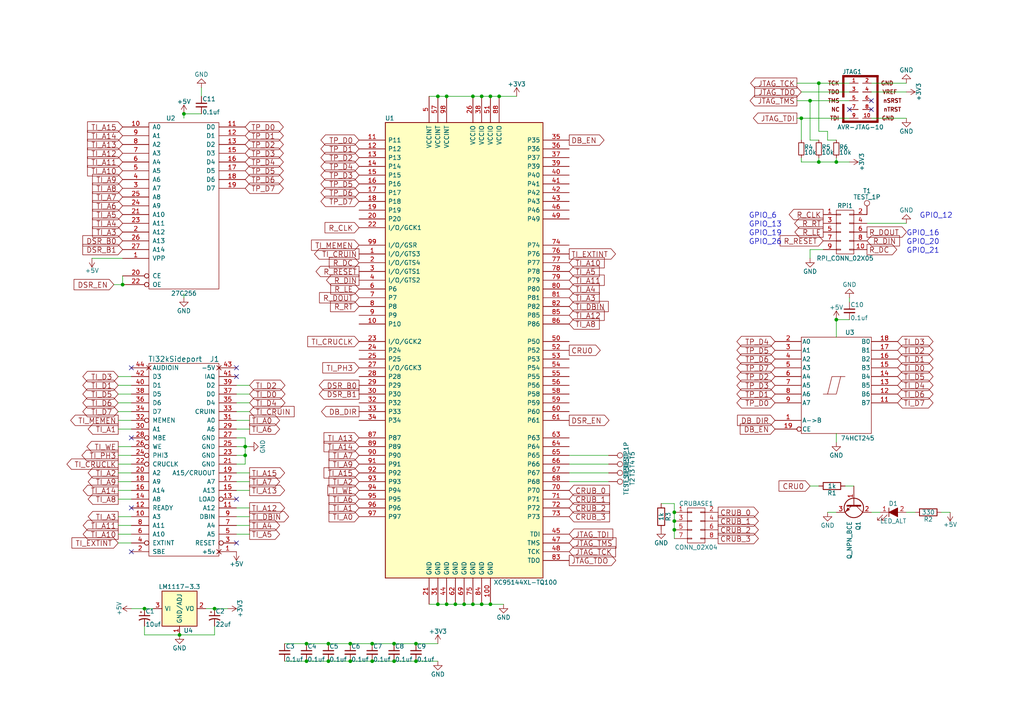
<source format=kicad_sch>
(kicad_sch (version 20211123) (generator eeschema)
  (paper "A4")
  (title_block (title "TIPI - TI-99/4A to RPi adapter") (date "2017-09-11") (rev "2") (company "ti994a.cwfk.net") (comment 1 "github.com/jedimatt42/tipi"))
  (lib_symbols
    (symbol "power:+5V" (power) (pin_names (offset 0))
      (property "Value" "+5V" (at 0 3.556 0))
      (symbol "+5V_1_1"
        (pin power_in line (at 0 0 90) (length 0) hide (name "+5V") (number "1"))
      )
    )
    (symbol "power:GND" (power) (pin_names (offset 0))
      (property "Value" "GND" (at 0 -3.81 0))
      (symbol "GND_1_1"
        (pin power_in line (at 0 0 270) (length 0) hide (name "GND") (number "1"))
      )
    )
    (symbol "ti32ksideport:TI32kSideport" (pin_names (offset 1.016))
      (property "Reference" "U" (at 8.89 29.21 0))
      (property "Value" "TI32kSideport" (at -2.54 29.21 0))
      (symbol "TI32kSideport_1_1"
        (pin power_out non_logic (at 15.24 -26.67 180) (length 5.08) (name "+5v") (number "1"))
        (pin output line (at -15.24 -16.51 0) (length 5.08) (name "A3") (number "10"))
        (pin output line (at 15.24 -13.97 180) (length 5.08) (name "A12") (number "11"))
        (pin input line (at -15.24 -13.97 0) (length 5.08) (name "READY") (number "12"))
        (pin input inverted (at 15.24 -11.43 180) (length 5.08) (name "LOAD") (number "13"))
        (pin output line (at -15.24 -11.43 0) (length 5.08) (name "A8") (number "14"))
        (pin output line (at 15.24 -8.89 180) (length 5.08) (name "A13") (number "15"))
        (pin output line (at -15.24 -8.89 0) (length 5.08) (name "A14") (number "16"))
        (pin output line (at 15.24 -6.35 180) (length 5.08) (name "A7") (number "17"))
        (pin output line (at -15.24 -6.35 0) (length 5.08) (name "A9") (number "18"))
        (pin output line (at 15.24 -3.81 180) (length 5.08) (name "A15/CRUOUT") (number "19"))
        (pin output line (at -15.24 -26.67 0) (length 5.08) (name "SBE") (number "2"))
        (pin output line (at -15.24 -3.81 0) (length 5.08) (name "A2") (number "20"))
        (pin passive line (at 15.24 -1.27 180) (length 5.08) (name "GND") (number "21"))
        (pin output inverted (at -15.24 -1.27 0) (length 5.08) (name "CRUCLK") (number "22"))
        (pin passive line (at 15.24 1.27 180) (length 5.08) (name "GND") (number "23"))
        (pin output inverted (at -15.24 1.27 0) (length 5.08) (name "PHI3") (number "24"))
        (pin passive line (at 15.24 3.81 180) (length 5.08) (name "GND") (number "25"))
        (pin output inverted (at -15.24 3.81 0) (length 5.08) (name "WE") (number "26"))
        (pin passive line (at 15.24 6.35 180) (length 5.08) (name "GND") (number "27"))
        (pin output inverted (at -15.24 6.35 0) (length 5.08) (name "MBE") (number "28"))
        (pin output line (at 15.24 8.89 180) (length 5.08) (name "A6") (number "29"))
        (pin output inverted (at 15.24 -24.13 180) (length 5.08) (name "RESET") (number "3"))
        (pin output line (at -15.24 8.89 0) (length 5.08) (name "A1") (number "30"))
        (pin output line (at 15.24 11.43 180) (length 5.08) (name "A0") (number "31"))
        (pin output inverted (at -15.24 11.43 0) (length 5.08) (name "MEMEN") (number "32"))
        (pin input line (at 15.24 13.97 180) (length 5.08) (name "CRUIN") (number "33"))
        (pin bidirectional line (at -15.24 13.97 0) (length 5.08) (name "D7") (number "34"))
        (pin bidirectional line (at 15.24 16.51 180) (length 5.08) (name "D4") (number "35"))
        (pin bidirectional line (at -15.24 16.51 0) (length 5.08) (name "D6") (number "36"))
        (pin bidirectional line (at 15.24 19.05 180) (length 5.08) (name "D0") (number "37"))
        (pin bidirectional line (at -15.24 19.05 0) (length 5.08) (name "D5") (number "38"))
        (pin bidirectional line (at 15.24 21.59 180) (length 5.08) (name "D2") (number "39"))
        (pin input inverted (at -15.24 -24.13 0) (length 5.08) (name "EXTINT") (number "4"))
        (pin bidirectional line (at -15.24 21.59 0) (length 5.08) (name "D1") (number "40"))
        (pin output line (at 15.24 24.13 180) (length 5.08) (name "IAQ") (number "41"))
        (pin bidirectional line (at -15.24 24.13 0) (length 5.08) (name "D3") (number "42"))
        (pin power_out non_logic (at 15.24 26.67 180) (length 5.08) (name "-5V") (number "43"))
        (pin input non_logic (at -15.24 26.67 0) (length 5.08) (name "AUDIOIN") (number "44"))
        (pin output line (at 15.24 -21.59 180) (length 5.08) (name "A5") (number "5"))
        (pin output line (at -15.24 -21.59 0) (length 5.08) (name "A10") (number "6"))
        (pin output line (at 15.24 -19.05 180) (length 5.08) (name "A4") (number "7"))
        (pin output line (at -15.24 -19.05 0) (length 5.08) (name "A11") (number "8"))
        (pin output line (at 15.24 -16.51 180) (length 5.08) (name "DBIN") (number "9"))
      )
    )
    (symbol "tipi-rescue:+3.3V-power" (power) (pin_names (offset 0))
      (property "Value" "+3.3V-power" (at 0 3.556 0))
      (symbol "+3.3V-power_1_1"
        (pin power_in line (at 0 0 90) (length 0) hide (name "+3V3") (number "1"))
      )
    )
    (symbol "tipi-rescue:27C256" (pin_names (offset 1.016))
      (property "Reference" "U" (at -3.81 25.4 0))
      (property "Value" "27C256" (at 0 -25.4 0))
      (symbol "27C256_0_0"
        (pin power_in line (at 0 -25.4 90) (length 1.27) hide (name "GND") (number "14"))
        (pin power_in line (at 0 25.4 270) (length 1.27) hide (name "VCC") (number "28"))
      )
      (symbol "27C256_1_1"
        (pin input line (at -17.78 -15.24 0) (length 7.62) (name "VPP") (number "1"))
        (pin input line (at -17.78 22.86 0) (length 7.62) (name "A0") (number "10"))
        (pin tri_state line (at 17.78 22.86 180) (length 7.62) (name "D0") (number "11"))
        (pin tri_state line (at 17.78 20.32 180) (length 7.62) (name "D1") (number "12"))
        (pin tri_state line (at 17.78 17.78 180) (length 7.62) (name "D2") (number "13"))
        (pin tri_state line (at 17.78 15.24 180) (length 7.62) (name "D3") (number "15"))
        (pin tri_state line (at 17.78 12.7 180) (length 7.62) (name "D4") (number "16"))
        (pin tri_state line (at 17.78 10.16 180) (length 7.62) (name "D5") (number "17"))
        (pin tri_state line (at 17.78 7.62 180) (length 7.62) (name "D6") (number "18"))
        (pin tri_state line (at 17.78 5.08 180) (length 7.62) (name "D7") (number "19"))
        (pin input line (at -17.78 -7.62 0) (length 7.62) (name "A12") (number "2"))
        (pin input inverted (at -17.78 -20.32 0) (length 7.62) (name "CE") (number "20"))
        (pin input line (at -17.78 -2.54 0) (length 7.62) (name "A10") (number "21"))
        (pin input inverted (at -17.78 -22.86 0) (length 7.62) (name "OE") (number "22"))
        (pin input line (at -17.78 -5.08 0) (length 7.62) (name "A11") (number "23"))
        (pin input line (at -17.78 0 0) (length 7.62) (name "A9") (number "24"))
        (pin input line (at -17.78 2.54 0) (length 7.62) (name "A8") (number "25"))
        (pin input line (at -17.78 -10.16 0) (length 7.62) (name "A13") (number "26"))
        (pin input line (at -17.78 -12.7 0) (length 7.62) (name "A14") (number "27"))
        (pin input line (at -17.78 5.08 0) (length 7.62) (name "A7") (number "3"))
        (pin input line (at -17.78 7.62 0) (length 7.62) (name "A6") (number "4"))
        (pin input line (at -17.78 10.16 0) (length 7.62) (name "A5") (number "5"))
        (pin input line (at -17.78 12.7 0) (length 7.62) (name "A4") (number "6"))
        (pin input line (at -17.78 15.24 0) (length 7.62) (name "A3") (number "7"))
        (pin input line (at -17.78 17.78 0) (length 7.62) (name "A2") (number "8"))
        (pin input line (at -17.78 20.32 0) (length 7.62) (name "A1") (number "9"))
      )
    )
    (symbol "tipi-rescue:74LS245" (pin_names (offset 0.254))
      (property "Reference" "U" (at 2.54 14.605 0))
      (property "Value" "74LS245" (at 1.27 -14.605 0))
      (symbol "74LS245_0_0"
        (pin power_in line (at 0 -13.97 90) (length 0) hide (name "GND") (number "10"))
        (pin power_in line (at 0 13.97 270) (length 0) hide (name "VCC") (number "20"))
      )
      (symbol "74LS245_1_1"
        (pin input line (at -17.78 -10.16 0) (length 7.62) (name "A->B") (number "1"))
        (pin tri_state line (at 17.78 -5.08 180) (length 7.62) (name "B7") (number "11"))
        (pin tri_state line (at 17.78 -2.54 180) (length 7.62) (name "B6") (number "12"))
        (pin tri_state line (at 17.78 0 180) (length 7.62) (name "B5") (number "13"))
        (pin tri_state line (at 17.78 2.54 180) (length 7.62) (name "B4") (number "14"))
        (pin tri_state line (at 17.78 5.08 180) (length 7.62) (name "B3") (number "15"))
        (pin tri_state line (at 17.78 7.62 180) (length 7.62) (name "B2") (number "16"))
        (pin tri_state line (at 17.78 10.16 180) (length 7.62) (name "B1") (number "17"))
        (pin tri_state line (at 17.78 12.7 180) (length 7.62) (name "B0") (number "18"))
        (pin input inverted (at -17.78 -12.7 0) (length 7.62) (name "CE") (number "19"))
        (pin tri_state line (at -17.78 12.7 0) (length 7.62) (name "A0") (number "2"))
        (pin tri_state line (at -17.78 10.16 0) (length 7.62) (name "A1") (number "3"))
        (pin tri_state line (at -17.78 7.62 0) (length 7.62) (name "A2") (number "4"))
        (pin tri_state line (at -17.78 5.08 0) (length 7.62) (name "A3") (number "5"))
        (pin tri_state line (at -17.78 2.54 0) (length 7.62) (name "A4") (number "6"))
        (pin tri_state line (at -17.78 0 0) (length 7.62) (name "A5") (number "7"))
        (pin tri_state line (at -17.78 -2.54 0) (length 7.62) (name "A6") (number "8"))
        (pin tri_state line (at -17.78 -5.08 0) (length 7.62) (name "A7") (number "9"))
      )
    )
    (symbol "tipi-rescue:AVR-JTAG-10" (pin_names (offset 1.016))
      (property "Reference" "CON" (at -4.318 8.382 0))
      (property "Value" "AVR-JTAG-10" (at -8.636 -8.382 0))
      (symbol "AVR-JTAG-10_0_0"
        (text "GND" (at 5.842 5.08 0) (effects (font (size 1.143 1.143) bold)))
        (text "NC" (at -9.144 -2.54 0) (effects (font (size 1.143 1.143) bold)))
      )
      (symbol "AVR-JTAG-10_1_0"
        (text "GND" (at 6.096 -5.08 0) (effects (font (size 1.143 1.143) bold)))
        (text "nSRST" (at 7.366 0 0) (effects (font (size 1.143 1.143) bold)))
        (text "nTRST" (at 7.366 -2.54 0) (effects (font (size 1.143 1.143) bold)))
        (text "TCK" (at -9.652 5.08 0) (effects (font (size 1.143 1.143) bold)))
        (text "TDI" (at -9.398 -5.08 0) (effects (font (size 1.143 1.143) bold)))
        (text "TDO" (at -9.652 2.54 0) (effects (font (size 1.143 1.143) bold)))
        (text "TMS" (at -9.652 0 0) (effects (font (size 1.143 1.143) bold)))
        (text "VREF" (at 6.604 2.54 0) (effects (font (size 1.143 1.143) bold)))
      )
      (symbol "AVR-JTAG-10_1_1"
        (pin passive line (at -5.08 5.08 0) (length 2.54) (name "~") (number "1"))
        (pin passive line (at 1.27 -5.08 180) (length 2.54) (name "~") (number "10"))
        (pin passive line (at 1.27 5.08 180) (length 2.54) (name "~") (number "2"))
        (pin passive line (at -5.08 2.54 0) (length 2.54) (name "~") (number "3"))
        (pin passive line (at 1.27 2.54 180) (length 2.54) (name "~") (number "4"))
        (pin passive line (at -5.08 0 0) (length 2.54) (name "~") (number "5"))
        (pin passive line (at 1.27 0 180) (length 2.54) (name "~") (number "6"))
        (pin passive line (at -5.08 -2.54 0) (length 2.54) (name "~") (number "7"))
        (pin passive line (at 1.27 -2.54 180) (length 2.54) (name "~") (number "8"))
        (pin passive line (at -5.08 -5.08 0) (length 2.54) (name "~") (number "9"))
      )
    )
    (symbol "tipi-rescue:CONN_02X04" (pin_names (offset 0.0254) hide)
      (property "Reference" "J" (at 0 6.35 0))
      (property "Value" "CONN_02X04" (at 0 -6.35 0))
      (symbol "CONN_02X04_1_1"
        (pin passive line (at -6.35 3.81 0) (length 3.81) (name "P1") (number "1"))
        (pin passive line (at 6.35 3.81 180) (length 3.81) (name "P2") (number "2"))
        (pin passive line (at -6.35 1.27 0) (length 3.81) (name "P3") (number "3"))
        (pin passive line (at 6.35 1.27 180) (length 3.81) (name "P4") (number "4"))
        (pin passive line (at -6.35 -1.27 0) (length 3.81) (name "P5") (number "5"))
        (pin passive line (at 6.35 -1.27 180) (length 3.81) (name "P6") (number "6"))
        (pin passive line (at -6.35 -3.81 0) (length 3.81) (name "P7") (number "7"))
        (pin passive line (at 6.35 -3.81 180) (length 3.81) (name "P8") (number "8"))
      )
    )
    (symbol "tipi-rescue:CONN_02X05" (pin_names (offset 0.0254) hide)
      (property "Reference" "J" (at 0 7.62 0))
      (property "Value" "CONN_02X05" (at 0 -7.62 0))
      (symbol "CONN_02X05_1_1"
        (pin passive line (at -6.35 5.08 0) (length 3.81) (name "P1") (number "1"))
        (pin passive line (at 6.35 -5.08 180) (length 3.81) (name "P10") (number "10"))
        (pin passive line (at 6.35 5.08 180) (length 3.81) (name "P2") (number "2"))
        (pin passive line (at -6.35 2.54 0) (length 3.81) (name "P3") (number "3"))
        (pin passive line (at 6.35 2.54 180) (length 3.81) (name "P4") (number "4"))
        (pin passive line (at -6.35 0 0) (length 3.81) (name "P5") (number "5"))
        (pin passive line (at 6.35 0 180) (length 3.81) (name "P6") (number "6"))
        (pin passive line (at -6.35 -2.54 0) (length 3.81) (name "P7") (number "7"))
        (pin passive line (at 6.35 -2.54 180) (length 3.81) (name "P8") (number "8"))
        (pin passive line (at -6.35 -5.08 0) (length 3.81) (name "P9") (number "9"))
      )
    )
    (symbol "tipi-rescue:CP1_Small" (pin_numbers hide) (pin_names (offset 0.254) hide)
      (property "Reference" "C" (at 0.254 1.778 0))
      (property "Value" "CP1_Small" (at 0.254 -2.032 0))
      (symbol "CP1_Small_1_1"
        (pin passive line (at 0 2.54 270) (length 2.032) (name "~") (number "1"))
        (pin passive line (at 0 -2.54 90) (length 2.032) (name "~") (number "2"))
      )
    )
    (symbol "tipi-rescue:C_Small" (pin_numbers hide) (pin_names (offset 0.254) hide)
      (property "Reference" "C" (at 0.254 1.778 0))
      (property "Value" "C_Small" (at 0.254 -2.032 0))
      (symbol "C_Small_1_1"
        (pin passive line (at 0 2.54 270) (length 2.032) (name "~") (number "1"))
        (pin passive line (at 0 -2.54 90) (length 2.032) (name "~") (number "2"))
      )
    )
    (symbol "tipi-rescue:LED_ALT" (pin_names (offset 1.016) hide)
      (property "Reference" "D" (at 0 2.54 0))
      (property "Value" "LED_ALT" (at 0 -2.54 0))
      (symbol "LED_ALT_1_1"
        (pin passive line (at -3.81 0 0) (length 2.54) (name "K") (number "1"))
        (pin passive line (at 3.81 0 180) (length 2.54) (name "A") (number "2"))
      )
    )
    (symbol "tipi-rescue:LM1117-3.3-RESCUE-tipi" (pin_names (offset 0.762))
      (property "Reference" "U" (at 2.54 -6.35 0))
      (property "Value" "LM1117-3.3-RESCUE-tipi" (at 0 6.35 0))
      (symbol "LM1117-3.3-RESCUE-tipi_1_1"
        (pin power_in line (at 0 -7.62 90) (length 2.54) (name "GND/ADJ") (number "1"))
        (pin power_out line (at 7.62 0 180) (length 2.54) (name "VO") (number "2"))
        (pin power_in line (at -7.62 0 0) (length 2.54) (name "VI") (number "3"))
        (pin power_out line (at 7.62 0 180) (length 2.54) hide (name "VO") (number "4"))
      )
    )
    (symbol "tipi-rescue:Q_NPN_BCE" (pin_names (offset 0) hide)
      (property "Reference" "Q" (at 5.08 1.27 0))
      (property "Value" "Q_NPN_BCE" (at 5.08 -1.27 0))
      (symbol "Q_NPN_BCE_1_1"
        (pin input line (at -5.08 0 0) (length 5.715) (name "B") (number "1"))
        (pin passive line (at 2.54 5.08 270) (length 2.54) (name "C") (number "2"))
        (pin passive line (at 2.54 -5.08 90) (length 2.54) (name "E") (number "3"))
      )
    )
    (symbol "tipi-rescue:R" (pin_numbers hide) (pin_names (offset 0))
      (property "Reference" "R" (at 2.032 0 90))
      (property "Value" "R" (at 0 0 90))
      (symbol "R_1_1"
        (pin passive line (at 0 3.81 270) (length 1.27) (name "~") (number "1"))
        (pin passive line (at 0 -3.81 90) (length 1.27) (name "~") (number "2"))
      )
    )
    (symbol "tipi-rescue:R_Small" (pin_numbers hide) (pin_names (offset 0.254) hide)
      (property "Reference" "R" (at 0.762 0.508 0))
      (property "Value" "R_Small" (at 0.762 -1.016 0))
      (symbol "R_Small_1_1"
        (pin passive line (at 0 2.54 270) (length 0.762) (name "~") (number "1"))
        (pin passive line (at 0 -2.54 90) (length 0.762) (name "~") (number "2"))
      )
    )
    (symbol "tipi-rescue:TEST_1P" (pin_numbers hide) (pin_names (offset 0.762) hide)
      (property "Reference" "J" (at 0 6.858 0))
      (property "Value" "TEST_1P" (at 0 5.08 0))
      (symbol "TEST_1P_1_1"
        (pin passive line (at 0 0 90) (length 2.54) (name "1") (number "1"))
      )
    )
    (symbol "tipi-rescue:XC95144XL-TQ100" (pin_names (offset 0.762))
      (property "Reference" "U" (at -21.59 67.31 0))
      (property "Value" "XC95144XL-TQ100" (at 17.78 -67.31 0))
      (symbol "XC95144XL-TQ100_1_1"
        (pin bidirectional line (at -30.48 27.94 0) (length 7.62) (name "I/O/GTS3") (number "1"))
        (pin bidirectional line (at -30.48 7.62 0) (length 7.62) (name "P10") (number "10"))
        (pin power_in line (at 7.62 -73.66 90) (length 7.62) (name "GND") (number "100"))
        (pin bidirectional line (at -30.48 60.96 0) (length 7.62) (name "P11") (number "11"))
        (pin bidirectional line (at -30.48 58.42 0) (length 7.62) (name "P12") (number "12"))
        (pin bidirectional line (at -30.48 55.88 0) (length 7.62) (name "P13") (number "13"))
        (pin bidirectional line (at -30.48 53.34 0) (length 7.62) (name "P14") (number "14"))
        (pin bidirectional line (at -30.48 50.8 0) (length 7.62) (name "P15") (number "15"))
        (pin bidirectional line (at -30.48 48.26 0) (length 7.62) (name "P16") (number "16"))
        (pin bidirectional line (at -30.48 45.72 0) (length 7.62) (name "P17") (number "17"))
        (pin bidirectional line (at -30.48 43.18 0) (length 7.62) (name "P18") (number "18"))
        (pin bidirectional line (at -30.48 40.64 0) (length 7.62) (name "P19") (number "19"))
        (pin bidirectional line (at -30.48 25.4 0) (length 7.62) (name "I/O/GTS4") (number "2"))
        (pin bidirectional line (at -30.48 38.1 0) (length 7.62) (name "P20") (number "20"))
        (pin power_in line (at -10.16 -73.66 90) (length 7.62) (name "GND") (number "21"))
        (pin bidirectional line (at -30.48 35.56 0) (length 7.62) (name "I/O/GCK1") (number "22"))
        (pin bidirectional line (at -30.48 2.54 0) (length 7.62) (name "I/O/GCK2") (number "23"))
        (pin bidirectional line (at -30.48 0 0) (length 7.62) (name "P24") (number "24"))
        (pin bidirectional line (at -30.48 -2.54 0) (length 7.62) (name "P25") (number "25"))
        (pin power_in line (at 2.54 73.66 270) (length 7.62) (name "VCCIO") (number "26"))
        (pin bidirectional line (at -30.48 -5.08 0) (length 7.62) (name "I/O/GCK3") (number "27"))
        (pin bidirectional line (at -30.48 -7.62 0) (length 7.62) (name "P28") (number "28"))
        (pin bidirectional line (at -30.48 -10.16 0) (length 7.62) (name "P29") (number "29"))
        (pin bidirectional line (at -30.48 22.86 0) (length 7.62) (name "I/O/GTS1") (number "3"))
        (pin bidirectional line (at -30.48 -12.7 0) (length 7.62) (name "P30") (number "30"))
        (pin power_in line (at -7.62 -73.66 90) (length 7.62) (name "GND") (number "31"))
        (pin bidirectional line (at -30.48 -15.24 0) (length 7.62) (name "P32") (number "32"))
        (pin bidirectional line (at -30.48 -17.78 0) (length 7.62) (name "P33") (number "33"))
        (pin bidirectional line (at -30.48 -20.32 0) (length 7.62) (name "P34") (number "34"))
        (pin bidirectional line (at 30.48 60.96 180) (length 7.62) (name "P35") (number "35"))
        (pin bidirectional line (at 30.48 58.42 180) (length 7.62) (name "P36") (number "36"))
        (pin bidirectional line (at 30.48 55.88 180) (length 7.62) (name "P37") (number "37"))
        (pin power_in line (at 5.08 73.66 270) (length 7.62) (name "VCCIO") (number "38"))
        (pin bidirectional line (at 30.48 53.34 180) (length 7.62) (name "P39") (number "39"))
        (pin bidirectional line (at -30.48 20.32 0) (length 7.62) (name "I/O/GTS2") (number "4"))
        (pin bidirectional line (at 30.48 50.8 180) (length 7.62) (name "P40") (number "40"))
        (pin bidirectional line (at 30.48 48.26 180) (length 7.62) (name "P41") (number "41"))
        (pin bidirectional line (at 30.48 45.72 180) (length 7.62) (name "P42") (number "42"))
        (pin bidirectional line (at 30.48 43.18 180) (length 7.62) (name "P43") (number "43"))
        (pin power_in line (at -5.08 -73.66 90) (length 7.62) (name "GND") (number "44"))
        (pin input line (at 30.48 -53.34 180) (length 7.62) (name "TDI") (number "45"))
        (pin bidirectional line (at 30.48 40.64 180) (length 7.62) (name "P46") (number "46"))
        (pin input line (at 30.48 -55.88 180) (length 7.62) (name "TMS") (number "47"))
        (pin input line (at 30.48 -58.42 180) (length 7.62) (name "TCK") (number "48"))
        (pin bidirectional line (at 30.48 38.1 180) (length 7.62) (name "P49") (number "49"))
        (pin power_in line (at -10.16 73.66 270) (length 7.62) (name "VCCINT") (number "5"))
        (pin bidirectional line (at 30.48 2.54 180) (length 7.62) (name "P50") (number "50"))
        (pin power_in line (at 7.62 73.66 270) (length 7.62) (name "VCCIO") (number "51"))
        (pin bidirectional line (at 30.48 0 180) (length 7.62) (name "P52") (number "52"))
        (pin bidirectional line (at 30.48 -2.54 180) (length 7.62) (name "P53") (number "53"))
        (pin bidirectional line (at 30.48 -5.08 180) (length 7.62) (name "P54") (number "54"))
        (pin bidirectional line (at 30.48 -7.62 180) (length 7.62) (name "P55") (number "55"))
        (pin bidirectional line (at 30.48 -10.16 180) (length 7.62) (name "P56") (number "56"))
        (pin power_in line (at -7.62 73.66 270) (length 7.62) (name "VCCINT") (number "57"))
        (pin bidirectional line (at 30.48 -12.7 180) (length 7.62) (name "P58") (number "58"))
        (pin bidirectional line (at 30.48 -15.24 180) (length 7.62) (name "P59") (number "59"))
        (pin bidirectional line (at -30.48 17.78 0) (length 7.62) (name "P6") (number "6"))
        (pin bidirectional line (at 30.48 -17.78 180) (length 7.62) (name "P60") (number "60"))
        (pin bidirectional line (at 30.48 -20.32 180) (length 7.62) (name "P61") (number "61"))
        (pin power_in line (at -2.54 -73.66 90) (length 7.62) (name "GND") (number "62"))
        (pin bidirectional line (at 30.48 -25.4 180) (length 7.62) (name "P63") (number "63"))
        (pin bidirectional line (at 30.48 -27.94 180) (length 7.62) (name "P64") (number "64"))
        (pin bidirectional line (at 30.48 -30.48 180) (length 7.62) (name "P65") (number "65"))
        (pin bidirectional line (at 30.48 -33.02 180) (length 7.62) (name "P66") (number "66"))
        (pin bidirectional line (at 30.48 -35.56 180) (length 7.62) (name "P67") (number "67"))
        (pin bidirectional line (at 30.48 -38.1 180) (length 7.62) (name "P68") (number "68"))
        (pin power_in line (at 0 -73.66 90) (length 7.62) (name "GND") (number "69"))
        (pin bidirectional line (at -30.48 15.24 0) (length 7.62) (name "P7") (number "7"))
        (pin bidirectional line (at 30.48 -40.64 180) (length 7.62) (name "P70") (number "70"))
        (pin bidirectional line (at 30.48 -43.18 180) (length 7.62) (name "P71") (number "71"))
        (pin bidirectional line (at 30.48 -45.72 180) (length 7.62) (name "P72") (number "72"))
        (pin bidirectional line (at 30.48 -48.26 180) (length 7.62) (name "P73") (number "73"))
        (pin bidirectional line (at 30.48 30.48 180) (length 7.62) (name "P74") (number "74"))
        (pin power_in line (at 2.54 -73.66 90) (length 7.62) (name "GND") (number "75"))
        (pin bidirectional line (at 30.48 27.94 180) (length 7.62) (name "P76") (number "76"))
        (pin bidirectional line (at 30.48 25.4 180) (length 7.62) (name "P77") (number "77"))
        (pin bidirectional line (at 30.48 22.86 180) (length 7.62) (name "P78") (number "78"))
        (pin bidirectional line (at 30.48 20.32 180) (length 7.62) (name "P79") (number "79"))
        (pin bidirectional line (at -30.48 12.7 0) (length 7.62) (name "P8") (number "8"))
        (pin bidirectional line (at 30.48 17.78 180) (length 7.62) (name "P80") (number "80"))
        (pin bidirectional line (at 30.48 15.24 180) (length 7.62) (name "P81") (number "81"))
        (pin bidirectional line (at 30.48 12.7 180) (length 7.62) (name "P82") (number "82"))
        (pin output line (at 30.48 -60.96 180) (length 7.62) (name "TDO") (number "83"))
        (pin power_in line (at 5.08 -73.66 90) (length 7.62) (name "GND") (number "84"))
        (pin bidirectional line (at 30.48 10.16 180) (length 7.62) (name "P85") (number "85"))
        (pin bidirectional line (at 30.48 7.62 180) (length 7.62) (name "P86") (number "86"))
        (pin bidirectional line (at -30.48 -25.4 0) (length 7.62) (name "P87") (number "87"))
        (pin power_in line (at 10.16 73.66 270) (length 7.62) (name "VCCIO") (number "88"))
        (pin bidirectional line (at -30.48 -27.94 0) (length 7.62) (name "P89") (number "89"))
        (pin bidirectional line (at -30.48 10.16 0) (length 7.62) (name "P9") (number "9"))
        (pin bidirectional line (at -30.48 -30.48 0) (length 7.62) (name "P90") (number "90"))
        (pin bidirectional line (at -30.48 -33.02 0) (length 7.62) (name "P91") (number "91"))
        (pin bidirectional line (at -30.48 -35.56 0) (length 7.62) (name "P92") (number "92"))
        (pin bidirectional line (at -30.48 -38.1 0) (length 7.62) (name "P93") (number "93"))
        (pin bidirectional line (at -30.48 -40.64 0) (length 7.62) (name "P94") (number "94"))
        (pin bidirectional line (at -30.48 -43.18 0) (length 7.62) (name "P95") (number "95"))
        (pin bidirectional line (at -30.48 -45.72 0) (length 7.62) (name "P96") (number "96"))
        (pin bidirectional line (at -30.48 -48.26 0) (length 7.62) (name "P97") (number "97"))
        (pin power_in line (at -5.08 73.66 270) (length 7.62) (name "VCCINT") (number "98"))
        (pin bidirectional line (at -30.48 30.48 0) (length 7.62) (name "I/O/GSR") (number "99"))
      )
    )
  )
  (junction (at 237.49 24.13))
  (junction (at 52.07 184.15))
  (junction (at 139.7 27.94))
  (junction (at 129.54 27.94))
  (junction (at 35.56 82.55))
  (junction (at 232.41 34.29))
  (junction (at 237.49 46.99))
  (junction (at 114.3 186.69))
  (junction (at 120.65 186.69))
  (junction (at 53.34 33.02))
  (junction (at 195.58 153.67))
  (junction (at 195.58 148.59))
  (junction (at 129.54 175.26))
  (junction (at 137.16 175.26))
  (junction (at 114.3 191.77))
  (junction (at 71.12 132.08))
  (junction (at 132.08 175.26))
  (junction (at 71.12 129.54))
  (junction (at 137.16 27.94))
  (junction (at 41.91 176.53))
  (junction (at 139.7 175.26))
  (junction (at 142.24 27.94))
  (junction (at 101.6 191.77))
  (junction (at 95.25 191.77))
  (junction (at 242.57 92.71))
  (junction (at 127 175.26))
  (junction (at 134.62 175.26))
  (junction (at 142.24 175.26))
  (junction (at 107.95 186.69))
  (junction (at 88.9 186.69))
  (junction (at 234.95 29.21))
  (junction (at 62.23 176.53))
  (junction (at 195.58 151.13))
  (junction (at 95.25 186.69))
  (junction (at 101.6 186.69))
  (junction (at 88.9 191.77))
  (junction (at 107.95 191.77))
  (junction (at 127 27.94))
  (junction (at 120.65 191.77))
  (junction (at 144.78 27.94))
  (junction (at 242.57 46.99))
  (no_connect (at 252.73 29.21))
  (no_connect (at 38.1 147.32))
  (no_connect (at 68.58 109.22))
  (no_connect (at 68.58 144.78))
  (no_connect (at 252.73 31.75))
  (no_connect (at 246.38 31.75))
  (no_connect (at 68.58 106.68))
  (no_connect (at 68.58 157.48))
  (no_connect (at 38.1 106.68))
  (no_connect (at 38.1 127))
  (no_connect (at 38.1 160.02))
  (wire (pts (xy 38.1 139.7) (xy 34.29 139.7)))
  (wire (pts (xy 237.49 46.99) (xy 237.49 45.72)))
  (wire (pts (xy 240.03 38.1) (xy 237.49 38.1)))
  (wire (pts (xy 68.58 111.76) (xy 72.39 111.76)))
  (wire (pts (xy 53.34 86.36) (xy 53.34 85.09)))
  (wire (pts (xy 242.57 92.71) (xy 242.57 97.79)))
  (wire (pts (xy 195.58 146.05) (xy 195.58 148.59)))
  (wire (pts (xy 234.95 74.93) (xy 234.95 72.39)))
  (wire (pts (xy 120.65 186.69) (xy 127 186.69)))
  (wire (pts (xy 35.56 80.01) (xy 35.56 82.55)))
  (wire (pts (xy 38.1 152.4) (xy 34.29 152.4)))
  (wire (pts (xy 38.1 124.46) (xy 34.29 124.46)))
  (wire (pts (xy 101.6 186.69) (xy 107.95 186.69)))
  (wire (pts (xy 245.11 140.97) (xy 247.65 140.97)))
  (wire (pts (xy 71.12 129.54) (xy 72.39 129.54)))
  (wire (pts (xy 38.1 121.92) (xy 34.29 121.92)))
  (wire (pts (xy 71.12 132.08) (xy 71.12 134.62)))
  (wire (pts (xy 165.1 132.08) (xy 176.53 132.08)))
  (wire (pts (xy 38.1 149.86) (xy 34.29 149.86)))
  (wire (pts (xy 68.58 154.94) (xy 72.39 154.94)))
  (wire (pts (xy 137.16 175.26) (xy 139.7 175.26)))
  (wire (pts (xy 62.23 176.53) (xy 66.04 176.53)))
  (wire (pts (xy 127 175.26) (xy 129.54 175.26)))
  (wire (pts (xy 120.65 191.77) (xy 127 191.77)))
  (wire (pts (xy 62.23 184.15) (xy 62.23 181.61)))
  (wire (pts (xy 38.1 142.24) (xy 34.29 142.24)))
  (wire (pts (xy 132.08 175.26) (xy 134.62 175.26)))
  (wire (pts (xy 71.12 134.62) (xy 68.58 134.62)))
  (wire (pts (xy 142.24 27.94) (xy 144.78 27.94)))
  (wire (pts (xy 242.57 46.99) (xy 246.38 46.99)))
  (wire (pts (xy 58.42 27.94) (xy 58.42 25.4)))
  (wire (pts (xy 41.91 176.53) (xy 44.45 176.53)))
  (wire (pts (xy 242.57 40.64) (xy 240.03 40.64)))
  (wire (pts (xy 68.58 116.84) (xy 72.39 116.84)))
  (wire (pts (xy 88.9 186.69) (xy 95.25 186.69)))
  (wire (pts (xy 38.1 137.16) (xy 34.29 137.16)))
  (wire (pts (xy 71.12 127) (xy 71.12 129.54)))
  (wire (pts (xy 252.73 34.29) (xy 262.89 34.29)))
  (wire (pts (xy 124.46 175.26) (xy 127 175.26)))
  (wire (pts (xy 251.46 64.77) (xy 262.89 64.77)))
  (wire (pts (xy 232.41 46.99) (xy 232.41 45.72)))
  (wire (pts (xy 88.9 191.77) (xy 95.25 191.77)))
  (wire (pts (xy 52.07 184.15) (xy 62.23 184.15)))
  (wire (pts (xy 34.29 132.08) (xy 38.1 132.08)))
  (wire (pts (xy 252.73 24.13) (xy 262.89 24.13)))
  (wire (pts (xy 101.6 191.77) (xy 107.95 191.77)))
  (wire (pts (xy 68.58 124.46) (xy 72.39 124.46)))
  (wire (pts (xy 246.38 87.63) (xy 246.38 86.36)))
  (wire (pts (xy 142.24 175.26) (xy 146.05 175.26)))
  (wire (pts (xy 231.14 34.29) (xy 232.41 34.29)))
  (wire (pts (xy 139.7 27.94) (xy 142.24 27.94)))
  (wire (pts (xy 68.58 121.92) (xy 72.39 121.92)))
  (wire (pts (xy 252.73 148.59) (xy 255.27 148.59)))
  (wire (pts (xy 232.41 46.99) (xy 237.49 46.99)))
  (wire (pts (xy 68.58 149.86) (xy 72.39 149.86)))
  (wire (pts (xy 231.14 29.21) (xy 234.95 29.21)))
  (wire (pts (xy 237.49 38.1) (xy 237.49 24.13)))
  (wire (pts (xy 129.54 27.94) (xy 137.16 27.94)))
  (wire (pts (xy 252.73 26.67) (xy 262.89 26.67)))
  (wire (pts (xy 68.58 127) (xy 71.12 127)))
  (wire (pts (xy 232.41 34.29) (xy 246.38 34.29)))
  (wire (pts (xy 127 27.94) (xy 129.54 27.94)))
  (wire (pts (xy 38.1 144.78) (xy 34.29 144.78)))
  (wire (pts (xy 232.41 40.64) (xy 232.41 34.29)))
  (wire (pts (xy 165.1 137.16) (xy 176.53 137.16)))
  (wire (pts (xy 232.41 26.67) (xy 246.38 26.67)))
  (wire (pts (xy 124.46 27.94) (xy 127 27.94)))
  (wire (pts (xy 242.57 128.27) (xy 242.57 125.73)))
  (wire (pts (xy 68.58 114.3) (xy 72.39 114.3)))
  (wire (pts (xy 144.78 27.94) (xy 149.86 27.94)))
  (wire (pts (xy 68.58 129.54) (xy 71.12 129.54)))
  (wire (pts (xy 107.95 186.69) (xy 114.3 186.69)))
  (wire (pts (xy 68.58 142.24) (xy 72.39 142.24)))
  (wire (pts (xy 273.05 148.59) (xy 275.59 148.59)))
  (wire (pts (xy 34.29 157.48) (xy 38.1 157.48)))
  (wire (pts (xy 234.95 72.39) (xy 238.76 72.39)))
  (wire (pts (xy 165.1 139.7) (xy 176.53 139.7)))
  (wire (pts (xy 237.49 40.64) (xy 234.95 40.64)))
  (wire (pts (xy 34.29 114.3) (xy 38.1 114.3)))
  (wire (pts (xy 53.34 33.02) (xy 58.42 33.02)))
  (wire (pts (xy 71.12 129.54) (xy 71.12 132.08)))
  (wire (pts (xy 35.56 82.55) (xy 33.02 82.55)))
  (wire (pts (xy 34.29 109.22) (xy 38.1 109.22)))
  (wire (pts (xy 38.1 134.62) (xy 34.29 134.62)))
  (wire (pts (xy 34.29 119.38) (xy 38.1 119.38)))
  (wire (pts (xy 234.95 29.21) (xy 246.38 29.21)))
  (wire (pts (xy 262.89 148.59) (xy 265.43 148.59)))
  (wire (pts (xy 242.57 46.99) (xy 242.57 45.72)))
  (wire (pts (xy 165.1 134.62) (xy 176.53 134.62)))
  (wire (pts (xy 34.29 116.84) (xy 38.1 116.84)))
  (wire (pts (xy 114.3 191.77) (xy 120.65 191.77)))
  (wire (pts (xy 107.95 191.77) (xy 114.3 191.77)))
  (wire (pts (xy 95.25 191.77) (xy 101.6 191.77)))
  (wire (pts (xy 134.62 175.26) (xy 137.16 175.26)))
  (wire (pts (xy 242.57 148.59) (xy 240.03 148.59)))
  (wire (pts (xy 129.54 175.26) (xy 132.08 175.26)))
  (wire (pts (xy 195.58 153.67) (xy 195.58 156.21)))
  (wire (pts (xy 114.3 186.69) (xy 120.65 186.69)))
  (wire (pts (xy 95.25 186.69) (xy 101.6 186.69)))
  (wire (pts (xy 68.58 139.7) (xy 72.39 139.7)))
  (wire (pts (xy 26.67 74.93) (xy 35.56 74.93)))
  (wire (pts (xy 59.69 176.53) (xy 62.23 176.53)))
  (wire (pts (xy 240.03 40.64) (xy 240.03 38.1)))
  (wire (pts (xy 53.34 33.02) (xy 53.34 34.29)))
  (wire (pts (xy 38.1 176.53) (xy 41.91 176.53)))
  (wire (pts (xy 41.91 184.15) (xy 52.07 184.15)))
  (wire (pts (xy 34.29 111.76) (xy 38.1 111.76)))
  (wire (pts (xy 195.58 151.13) (xy 195.58 153.67)))
  (wire (pts (xy 237.49 24.13) (xy 246.38 24.13)))
  (wire (pts (xy 68.58 119.38) (xy 72.39 119.38)))
  (wire (pts (xy 246.38 92.71) (xy 242.57 92.71)))
  (wire (pts (xy 68.58 147.32) (xy 72.39 147.32)))
  (wire (pts (xy 231.14 24.13) (xy 237.49 24.13)))
  (wire (pts (xy 195.58 148.59) (xy 195.58 151.13)))
  (wire (pts (xy 234.95 40.64) (xy 234.95 29.21)))
  (wire (pts (xy 137.16 27.94) (xy 139.7 27.94)))
  (wire (pts (xy 38.1 154.94) (xy 34.29 154.94)))
  (wire (pts (xy 82.55 191.77) (xy 88.9 191.77)))
  (wire (pts (xy 195.58 146.05) (xy 191.77 146.05)))
  (wire (pts (xy 38.1 129.54) (xy 34.29 129.54)))
  (wire (pts (xy 68.58 132.08) (xy 71.12 132.08)))
  (wire (pts (xy 68.58 137.16) (xy 72.39 137.16)))
  (wire (pts (xy 234.95 140.97) (xy 237.49 140.97)))
  (wire (pts (xy 139.7 175.26) (xy 142.24 175.26)))
  (wire (pts (xy 68.58 152.4) (xy 72.39 152.4)))
  (wire (pts (xy 237.49 46.99) (xy 242.57 46.99)))
  (wire (pts (xy 82.55 186.69) (xy 88.9 186.69)))
  (wire (pts (xy 41.91 184.15) (xy 41.91 181.61)))
  (text "GPIO_13" (at 217.17 66.04 0) (effects (font (size 1.524 1.524)) (justify left bottom)))
  (text "GPIO_21" (at 262.89 73.66 0) (effects (font (size 1.524 1.524)) (justify left bottom)))
  (text "GPIO_26" (at 217.17 71.12 0) (effects (font (size 1.524 1.524)) (justify left bottom)))
  (text "GPIO_12" (at 266.7 63.5 0) (effects (font (size 1.524 1.524)) (justify left bottom)))
  (text "GPIO_6" (at 217.17 63.5 0) (effects (font (size 1.524 1.524)) (justify left bottom)))
  (text "GPIO_20" (at 262.89 71.12 0) (effects (font (size 1.524 1.524)) (justify left bottom)))
  (text "GPIO_16" (at 262.89 68.58 0) (effects (font (size 1.524 1.524)) (justify left bottom)))
  (text "GPIO_19" (at 217.17 68.58 0) (effects (font (size 1.524 1.524)) (justify left bottom)))
  (global_label "TP_D6" (shape tri_state) (at 71.12 52.07 0) (effects (font (size 1.524 1.524))) (property "Intersheet References" "${INTERSHEET_REFS}" (effects hide)))
  (global_label "JTAG_TDO" (shape output) (at 165.1 162.56 0) (effects (font (size 1.524 1.524))) (property "Intersheet References" "${INTERSHEET_REFS}" (effects hide)))
  (global_label "JTAG_TCK" (shape input) (at 165.1 160.02 0) (effects (font (size 1.524 1.524))) (property "Intersheet References" "${INTERSHEET_REFS}" (effects hide)))
  (global_label "DSR_B0" (shape input) (at 35.56 69.85 180) (effects (font (size 1.524 1.524))) (property "Intersheet References" "${INTERSHEET_REFS}" (effects hide)))
  (global_label "TI_A3" (shape input) (at 165.1 86.36 0) (effects (font (size 1.524 1.524))) (property "Intersheet References" "${INTERSHEET_REFS}" (effects hide)))
  (global_label "TI_D0" (shape bidirectional) (at 72.39 114.3 0) (effects (font (size 1.524 1.524))) (property "Intersheet References" "${INTERSHEET_REFS}" (effects hide)))
  (global_label "TI_A0" (shape output) (at 72.39 121.92 0) (effects (font (size 1.524 1.524))) (property "Intersheet References" "${INTERSHEET_REFS}" (effects hide)))
  (global_label "TI_A7" (shape input) (at 104.14 132.08 180) (effects (font (size 1.524 1.524))) (property "Intersheet References" "${INTERSHEET_REFS}" (effects hide)))
  (global_label "TP_D2" (shape tri_state) (at 104.14 45.72 180) (effects (font (size 1.524 1.524))) (property "Intersheet References" "${INTERSHEET_REFS}" (effects hide)))
  (global_label "DB_EN" (shape output) (at 165.1 40.64 0) (effects (font (size 1.524 1.524))) (property "Intersheet References" "${INTERSHEET_REFS}" (effects hide)))
  (global_label "JTAG_TMS" (shape input) (at 165.1 157.48 0) (effects (font (size 1.524 1.524))) (property "Intersheet References" "${INTERSHEET_REFS}" (effects hide)))
  (global_label "R_CLK" (shape input) (at 104.14 66.04 180) (effects (font (size 1.524 1.524))) (property "Intersheet References" "${INTERSHEET_REFS}" (effects hide)))
  (global_label "TI_D7" (shape bidirectional) (at 34.29 119.38 180) (effects (font (size 1.524 1.524))) (property "Intersheet References" "${INTERSHEET_REFS}" (effects hide)))
  (global_label "TP_D1" (shape tri_state) (at 104.14 43.18 180) (effects (font (size 1.524 1.524))) (property "Intersheet References" "${INTERSHEET_REFS}" (effects hide)))
  (global_label "TI_A11" (shape input) (at 165.1 81.28 0) (effects (font (size 1.524 1.524))) (property "Intersheet References" "${INTERSHEET_REFS}" (effects hide)))
  (global_label "JTAG_TCK" (shape output) (at 231.14 24.13 180) (effects (font (size 1.524 1.524))) (property "Intersheet References" "${INTERSHEET_REFS}" (effects hide)))
  (global_label "R_CLK" (shape output) (at 238.76 62.23 180) (effects (font (size 1.524 1.524))) (property "Intersheet References" "${INTERSHEET_REFS}" (effects hide)))
  (global_label "TI_A4" (shape input) (at 35.56 64.77 180) (effects (font (size 1.524 1.524))) (property "Intersheet References" "${INTERSHEET_REFS}" (effects hide)))
  (global_label "TI_A14" (shape output) (at 34.29 142.24 180) (effects (font (size 1.524 1.524))) (property "Intersheet References" "${INTERSHEET_REFS}" (effects hide)))
  (global_label "TI_CRUIN" (shape input) (at 72.39 119.38 0) (effects (font (size 1.524 1.524))) (property "Intersheet References" "${INTERSHEET_REFS}" (effects hide)))
  (global_label "TI_A10" (shape input) (at 165.1 76.2 0) (effects (font (size 1.524 1.524))) (property "Intersheet References" "${INTERSHEET_REFS}" (effects hide)))
  (global_label "TP_D5" (shape tri_state) (at 71.12 49.53 0) (effects (font (size 1.524 1.524))) (property "Intersheet References" "${INTERSHEET_REFS}" (effects hide)))
  (global_label "TP_D3" (shape tri_state) (at 71.12 44.45 0) (effects (font (size 1.524 1.524))) (property "Intersheet References" "${INTERSHEET_REFS}" (effects hide)))
  (global_label "TI_A15" (shape output) (at 72.39 137.16 0) (effects (font (size 1.524 1.524))) (property "Intersheet References" "${INTERSHEET_REFS}" (effects hide)))
  (global_label "DB_DIR" (shape input) (at 224.79 121.92 180) (effects (font (size 1.524 1.524))) (property "Intersheet References" "${INTERSHEET_REFS}" (effects hide)))
  (global_label "TP_D2" (shape tri_state) (at 71.12 41.91 0) (effects (font (size 1.524 1.524))) (property "Intersheet References" "${INTERSHEET_REFS}" (effects hide)))
  (global_label "TI_CRUCLK" (shape output) (at 34.29 134.62 180) (effects (font (size 1.524 1.524))) (property "Intersheet References" "${INTERSHEET_REFS}" (effects hide)))
  (global_label "TI_A10" (shape input) (at 35.56 49.53 180) (effects (font (size 1.524 1.524))) (property "Intersheet References" "${INTERSHEET_REFS}" (effects hide)))
  (global_label "TI_D7" (shape bidirectional) (at 260.35 116.84 0) (effects (font (size 1.524 1.524))) (property "Intersheet References" "${INTERSHEET_REFS}" (effects hide)))
  (global_label "TI_A5" (shape input) (at 165.1 78.74 0) (effects (font (size 1.524 1.524))) (property "Intersheet References" "${INTERSHEET_REFS}" (effects hide)))
  (global_label "TI_A14" (shape input) (at 104.14 129.54 180) (effects (font (size 1.524 1.524))) (property "Intersheet References" "${INTERSHEET_REFS}" (effects hide)))
  (global_label "TI_A4" (shape output) (at 72.39 152.4 0) (effects (font (size 1.524 1.524))) (property "Intersheet References" "${INTERSHEET_REFS}" (effects hide)))
  (global_label "TP_D3" (shape tri_state) (at 104.14 50.8 180) (effects (font (size 1.524 1.524))) (property "Intersheet References" "${INTERSHEET_REFS}" (effects hide)))
  (global_label "DSR_B0" (shape output) (at 104.14 111.76 180) (effects (font (size 1.524 1.524))) (property "Intersheet References" "${INTERSHEET_REFS}" (effects hide)))
  (global_label "TI_A3" (shape output) (at 34.29 149.86 180) (effects (font (size 1.524 1.524))) (property "Intersheet References" "${INTERSHEET_REFS}" (effects hide)))
  (global_label "TP_D0" (shape tri_state) (at 104.14 40.64 180) (effects (font (size 1.524 1.524))) (property "Intersheet References" "${INTERSHEET_REFS}" (effects hide)))
  (global_label "TI_A6" (shape input) (at 35.56 59.69 180) (effects (font (size 1.524 1.524))) (property "Intersheet References" "${INTERSHEET_REFS}" (effects hide)))
  (global_label "TP_D4" (shape tri_state) (at 71.12 46.99 0) (effects (font (size 1.524 1.524))) (property "Intersheet References" "${INTERSHEET_REFS}" (effects hide)))
  (global_label "TP_D2" (shape tri_state) (at 224.79 109.22 180) (effects (font (size 1.524 1.524))) (property "Intersheet References" "${INTERSHEET_REFS}" (effects hide)))
  (global_label "TI_DBIN" (shape output) (at 72.39 149.86 0) (effects (font (size 1.524 1.524))) (property "Intersheet References" "${INTERSHEET_REFS}" (effects hide)))
  (global_label "TI_A1" (shape output) (at 34.29 124.46 180) (effects (font (size 1.524 1.524))) (property "Intersheet References" "${INTERSHEET_REFS}" (effects hide)))
  (global_label "TI_A0" (shape input) (at 104.14 149.86 180) (effects (font (size 1.524 1.524))) (property "Intersheet References" "${INTERSHEET_REFS}" (effects hide)))
  (global_label "TI_A11" (shape output) (at 34.29 152.4 180) (effects (font (size 1.524 1.524))) (property "Intersheet References" "${INTERSHEET_REFS}" (effects hide)))
  (global_label "R_DIN" (shape input) (at 251.46 69.85 0) (effects (font (size 1.524 1.524))) (property "Intersheet References" "${INTERSHEET_REFS}" (effects hide)))
  (global_label "TP_D0" (shape tri_state) (at 224.79 116.84 180) (effects (font (size 1.524 1.524))) (property "Intersheet References" "${INTERSHEET_REFS}" (effects hide)))
  (global_label "CRUB_2" (shape input) (at 165.1 147.32 0) (effects (font (size 1.524 1.524))) (property "Intersheet References" "${INTERSHEET_REFS}" (effects hide)))
  (global_label "TI_A12" (shape output) (at 72.39 147.32 0) (effects (font (size 1.524 1.524))) (property "Intersheet References" "${INTERSHEET_REFS}" (effects hide)))
  (global_label "R_LE" (shape input) (at 104.14 83.82 180) (effects (font (size 1.524 1.524))) (property "Intersheet References" "${INTERSHEET_REFS}" (effects hide)))
  (global_label "TI_D2" (shape bidirectional) (at 260.35 101.6 0) (effects (font (size 1.524 1.524))) (property "Intersheet References" "${INTERSHEET_REFS}" (effects hide)))
  (global_label "TI_A5" (shape output) (at 72.39 154.94 0) (effects (font (size 1.524 1.524))) (property "Intersheet References" "${INTERSHEET_REFS}" (effects hide)))
  (global_label "TI_A14" (shape input) (at 35.56 39.37 180) (effects (font (size 1.524 1.524))) (property "Intersheet References" "${INTERSHEET_REFS}" (effects hide)))
  (global_label "TI_A12" (shape input) (at 35.56 44.45 180) (effects (font (size 1.524 1.524))) (property "Intersheet References" "${INTERSHEET_REFS}" (effects hide)))
  (global_label "JTAG_TDI" (shape input) (at 165.1 154.94 0) (effects (font (size 1.524 1.524))) (property "Intersheet References" "${INTERSHEET_REFS}" (effects hide)))
  (global_label "TP_D7" (shape tri_state) (at 104.14 58.42 180) (effects (font (size 1.524 1.524))) (property "Intersheet References" "${INTERSHEET_REFS}" (effects hide)))
  (global_label "TP_D6" (shape tri_state) (at 224.79 104.14 180) (effects (font (size 1.524 1.524))) (property "Intersheet References" "${INTERSHEET_REFS}" (effects hide)))
  (global_label "CRUB_0" (shape output) (at 208.28 148.59 0) (effects (font (size 1.524 1.524))) (property "Intersheet References" "${INTERSHEET_REFS}" (effects hide)))
  (global_label "TI_PH3" (shape output) (at 34.29 132.08 180) (effects (font (size 1.524 1.524))) (property "Intersheet References" "${INTERSHEET_REFS}" (effects hide)))
  (global_label "R_RT" (shape input) (at 104.14 88.9 180) (effects (font (size 1.524 1.524))) (property "Intersheet References" "${INTERSHEET_REFS}" (effects hide)))
  (global_label "TP_D3" (shape tri_state) (at 224.79 111.76 180) (effects (font (size 1.524 1.524))) (property "Intersheet References" "${INTERSHEET_REFS}" (effects hide)))
  (global_label "R_RESET" (shape output) (at 104.14 78.74 180) (effects (font (size 1.524 1.524))) (property "Intersheet References" "${INTERSHEET_REFS}" (effects hide)))
  (global_label "TI_EXTINT" (shape output) (at 165.1 73.66 0) (effects (font (size 1.524 1.524))) (property "Intersheet References" "${INTERSHEET_REFS}" (effects hide)))
  (global_label "TI_A13" (shape input) (at 104.14 127 180) (effects (font (size 1.524 1.524))) (property "Intersheet References" "${INTERSHEET_REFS}" (effects hide)))
  (global_label "CRUB_1" (shape output) (at 208.28 151.13 0) (effects (font (size 1.524 1.524))) (property "Intersheet References" "${INTERSHEET_REFS}" (effects hide)))
  (global_label "TI_WE" (shape output) (at 34.29 129.54 180) (effects (font (size 1.524 1.524))) (property "Intersheet References" "${INTERSHEET_REFS}" (effects hide)))
  (global_label "TP_D5" (shape tri_state) (at 224.79 101.6 180) (effects (font (size 1.524 1.524))) (property "Intersheet References" "${INTERSHEET_REFS}" (effects hide)))
  (global_label "TI_A8" (shape output) (at 34.29 144.78 180) (effects (font (size 1.524 1.524))) (property "Intersheet References" "${INTERSHEET_REFS}" (effects hide)))
  (global_label "TP_D1" (shape tri_state) (at 224.79 114.3 180) (effects (font (size 1.524 1.524))) (property "Intersheet References" "${INTERSHEET_REFS}" (effects hide)))
  (global_label "JTAG_TMS" (shape output) (at 231.14 29.21 180) (effects (font (size 1.524 1.524))) (property "Intersheet References" "${INTERSHEET_REFS}" (effects hide)))
  (global_label "TI_D3" (shape bidirectional) (at 260.35 99.06 0) (effects (font (size 1.524 1.524))) (property "Intersheet References" "${INTERSHEET_REFS}" (effects hide)))
  (global_label "TI_A8" (shape input) (at 35.56 54.61 180) (effects (font (size 1.524 1.524))) (property "Intersheet References" "${INTERSHEET_REFS}" (effects hide)))
  (global_label "TI_D6" (shape bidirectional) (at 34.29 116.84 180) (effects (font (size 1.524 1.524))) (property "Intersheet References" "${INTERSHEET_REFS}" (effects hide)))
  (global_label "TI_A8" (shape input) (at 165.1 93.98 0) (effects (font (size 1.524 1.524))) (property "Intersheet References" "${INTERSHEET_REFS}" (effects hide)))
  (global_label "DSR_B1" (shape input) (at 35.56 72.39 180) (effects (font (size 1.524 1.524))) (property "Intersheet References" "${INTERSHEET_REFS}" (effects hide)))
  (global_label "TI_MEMEN" (shape input) (at 104.14 71.12 180) (effects (font (size 1.524 1.524))) (property "Intersheet References" "${INTERSHEET_REFS}" (effects hide)))
  (global_label "TI_D1" (shape bidirectional) (at 260.35 104.14 0) (effects (font (size 1.524 1.524))) (property "Intersheet References" "${INTERSHEET_REFS}" (effects hide)))
  (global_label "CRUB_0" (shape input) (at 165.1 142.24 0) (effects (font (size 1.524 1.524))) (property "Intersheet References" "${INTERSHEET_REFS}" (effects hide)))
  (global_label "TI_A6" (shape output) (at 72.39 124.46 0) (effects (font (size 1.524 1.524))) (property "Intersheet References" "${INTERSHEET_REFS}" (effects hide)))
  (global_label "CRUB_3" (shape input) (at 165.1 149.86 0) (effects (font (size 1.524 1.524))) (property "Intersheet References" "${INTERSHEET_REFS}" (effects hide)))
  (global_label "TI_A7" (shape output) (at 72.39 139.7 0) (effects (font (size 1.524 1.524))) (property "Intersheet References" "${INTERSHEET_REFS}" (effects hide)))
  (global_label "TI_MEMEN" (shape output) (at 34.29 121.92 180) (effects (font (size 1.524 1.524))) (property "Intersheet References" "${INTERSHEET_REFS}" (effects hide)))
  (global_label "TI_A12" (shape input) (at 165.1 91.44 0) (effects (font (size 1.524 1.524))) (property "Intersheet References" "${INTERSHEET_REFS}" (effects hide)))
  (global_label "JTAG_TDO" (shape input) (at 232.41 26.67 180) (effects (font (size 1.524 1.524))) (property "Intersheet References" "${INTERSHEET_REFS}" (effects hide)))
  (global_label "CRUB_2" (shape output) (at 208.28 153.67 0) (effects (font (size 1.524 1.524))) (property "Intersheet References" "${INTERSHEET_REFS}" (effects hide)))
  (global_label "TI_WE" (shape input) (at 104.14 142.24 180) (effects (font (size 1.524 1.524))) (property "Intersheet References" "${INTERSHEET_REFS}" (effects hide)))
  (global_label "CRU0" (shape output) (at 165.1 101.6 0) (effects (font (size 1.524 1.524))) (property "Intersheet References" "${INTERSHEET_REFS}" (effects hide)))
  (global_label "R_DIN" (shape output) (at 104.14 81.28 180) (effects (font (size 1.524 1.524))) (property "Intersheet References" "${INTERSHEET_REFS}" (effects hide)))
  (global_label "TI_A6" (shape input) (at 104.14 144.78 180) (effects (font (size 1.524 1.524))) (property "Intersheet References" "${INTERSHEET_REFS}" (effects hide)))
  (global_label "R_RT" (shape output) (at 238.76 64.77 180) (effects (font (size 1.524 1.524))) (property "Intersheet References" "${INTERSHEET_REFS}" (effects hide)))
  (global_label "TI_A15" (shape input) (at 104.14 137.16 180) (effects (font (size 1.524 1.524))) (property "Intersheet References" "${INTERSHEET_REFS}" (effects hide)))
  (global_label "R_DOUT" (shape output) (at 251.46 67.31 0) (effects (font (size 1.524 1.524))) (property "Intersheet References" "${INTERSHEET_REFS}" (effects hide)))
  (global_label "TI_CRUCLK" (shape input) (at 104.14 99.06 180) (effects (font (size 1.524 1.524))) (property "Intersheet References" "${INTERSHEET_REFS}" (effects hide)))
  (global_label "TI_A2" (shape output) (at 34.29 137.16 180) (effects (font (size 1.524 1.524))) (property "Intersheet References" "${INTERSHEET_REFS}" (effects hide)))
  (global_label "TI_A15" (shape input) (at 35.56 36.83 180) (effects (font (size 1.524 1.524))) (property "Intersheet References" "${INTERSHEET_REFS}" (effects hide)))
  (global_label "R_DC" (shape output) (at 251.46 72.39 0) (effects (font (size 1.524 1.524))) (property "Intersheet References" "${INTERSHEET_REFS}" (effects hide)))
  (global_label "R_LE" (shape output) (at 238.76 67.31 180) (effects (font (size 1.524 1.524))) (property "Intersheet References" "${INTERSHEET_REFS}" (effects hide)))
  (global_label "R_DC" (shape input) (at 104.14 76.2 180) (effects (font (size 1.524 1.524))) (property "Intersheet References" "${INTERSHEET_REFS}" (effects hide)))
  (global_label "TI_A2" (shape input) (at 104.14 139.7 180) (effects (font (size 1.524 1.524))) (property "Intersheet References" "${INTERSHEET_REFS}" (effects hide)))
  (global_label "TI_D0" (shape bidirectional) (at 260.35 106.68 0) (effects (font (size 1.524 1.524))) (property "Intersheet References" "${INTERSHEET_REFS}" (effects hide)))
  (global_label "TI_D4" (shape bidirectional) (at 260.35 111.76 0) (effects (font (size 1.524 1.524))) (property "Intersheet References" "${INTERSHEET_REFS}" (effects hide)))
  (global_label "TI_D3" (shape bidirectional) (at 34.29 109.22 180) (effects (font (size 1.524 1.524))) (property "Intersheet References" "${INTERSHEET_REFS}" (effects hide)))
  (global_label "TP_D7" (shape tri_state) (at 224.79 106.68 180) (effects (font (size 1.524 1.524))) (property "Intersheet References" "${INTERSHEET_REFS}" (effects hide)))
  (global_label "TI_A1" (shape input) (at 104.14 147.32 180) (effects (font (size 1.524 1.524))) (property "Intersheet References" "${INTERSHEET_REFS}" (effects hide)))
  (global_label "TI_CRUIN" (shape output) (at 104.14 73.66 180) (effects (font (size 1.524 1.524))) (property "Intersheet References" "${INTERSHEET_REFS}" (effects hide)))
  (global_label "TI_A3" (shape input) (at 35.56 67.31 180) (effects (font (size 1.524 1.524))) (property "Intersheet References" "${INTERSHEET_REFS}" (effects hide)))
  (global_label "CRU0" (shape input) (at 234.95 140.97 180) (effects (font (size 1.524 1.524))) (property "Intersheet References" "${INTERSHEET_REFS}" (effects hide)))
  (global_label "TP_D6" (shape tri_state) (at 104.14 55.88 180) (effects (font (size 1.524 1.524))) (property "Intersheet References" "${INTERSHEET_REFS}" (effects hide)))
  (global_label "TI_A9" (shape output) (at 34.29 139.7 180) (effects (font (size 1.524 1.524))) (property "Intersheet References" "${INTERSHEET_REFS}" (effects hide)))
  (global_label "TI_A11" (shape input) (at 35.56 46.99 180) (effects (font (size 1.524 1.524))) (property "Intersheet References" "${INTERSHEET_REFS}" (effects hide)))
  (global_label "TI_D5" (shape bidirectional) (at 34.29 114.3 180) (effects (font (size 1.524 1.524))) (property "Intersheet References" "${INTERSHEET_REFS}" (effects hide)))
  (global_label "JTAG_TDI" (shape output) (at 231.14 34.29 180) (effects (font (size 1.524 1.524))) (property "Intersheet References" "${INTERSHEET_REFS}" (effects hide)))
  (global_label "DB_DIR" (shape output) (at 104.14 119.38 180) (effects (font (size 1.524 1.524))) (property "Intersheet References" "${INTERSHEET_REFS}" (effects hide)))
  (global_label "R_RESET" (shape input) (at 238.76 69.85 180) (effects (font (size 1.524 1.524))) (property "Intersheet References" "${INTERSHEET_REFS}" (effects hide)))
  (global_label "TI_A13" (shape output) (at 72.39 142.24 0) (effects (font (size 1.524 1.524))) (property "Intersheet References" "${INTERSHEET_REFS}" (effects hide)))
  (global_label "TP_D4" (shape tri_state) (at 224.79 99.06 180) (effects (font (size 1.524 1.524))) (property "Intersheet References" "${INTERSHEET_REFS}" (effects hide)))
  (global_label "DSR_EN" (shape input) (at 33.02 82.55 180) (effects (font (size 1.524 1.524))) (property "Intersheet References" "${INTERSHEET_REFS}" (effects hide)))
  (global_label "DSR_EN" (shape output) (at 165.1 121.92 0) (effects (font (size 1.524 1.524))) (property "Intersheet References" "${INTERSHEET_REFS}" (effects hide)))
  (global_label "TI_A9" (shape input) (at 35.56 52.07 180) (effects (font (size 1.524 1.524))) (property "Intersheet References" "${INTERSHEET_REFS}" (effects hide)))
  (global_label "TI_EXTINT" (shape input) (at 34.29 157.48 180) (effects (font (size 1.524 1.524))) (property "Intersheet References" "${INTERSHEET_REFS}" (effects hide)))
  (global_label "CRUB_1" (shape input) (at 165.1 144.78 0) (effects (font (size 1.524 1.524))) (property "Intersheet References" "${INTERSHEET_REFS}" (effects hide)))
  (global_label "TI_A10" (shape output) (at 34.29 154.94 180) (effects (font (size 1.524 1.524))) (property "Intersheet References" "${INTERSHEET_REFS}" (effects hide)))
  (global_label "TP_D4" (shape tri_state) (at 104.14 48.26 180) (effects (font (size 1.524 1.524))) (property "Intersheet References" "${INTERSHEET_REFS}" (effects hide)))
  (global_label "TI_DBIN" (shape input) (at 165.1 88.9 0) (effects (font (size 1.524 1.524))) (property "Intersheet References" "${INTERSHEET_REFS}" (effects hide)))
  (global_label "TI_A5" (shape input) (at 35.56 62.23 180) (effects (font (size 1.524 1.524))) (property "Intersheet References" "${INTERSHEET_REFS}" (effects hide)))
  (global_label "R_DOUT" (shape input) (at 104.14 86.36 180) (effects (font (size 1.524 1.524))) (property "Intersheet References" "${INTERSHEET_REFS}" (effects hide)))
  (global_label "TI_A13" (shape input) (at 35.56 41.91 180) (effects (font (size 1.524 1.524))) (property "Intersheet References" "${INTERSHEET_REFS}" (effects hide)))
  (global_label "TI_D6" (shape bidirectional) (at 260.35 114.3 0) (effects (font (size 1.524 1.524))) (property "Intersheet References" "${INTERSHEET_REFS}" (effects hide)))
  (global_label "DB_EN" (shape input) (at 224.79 124.46 180) (effects (font (size 1.524 1.524))) (property "Intersheet References" "${INTERSHEET_REFS}" (effects hide)))
  (global_label "TI_D4" (shape bidirectional) (at 72.39 116.84 0) (effects (font (size 1.524 1.524))) (property "Intersheet References" "${INTERSHEET_REFS}" (effects hide)))
  (global_label "TI_D5" (shape bidirectional) (at 260.35 109.22 0) (effects (font (size 1.524 1.524))) (property "Intersheet References" "${INTERSHEET_REFS}" (effects hide)))
  (global_label "CRUB_3" (shape output) (at 208.28 156.21 0) (effects (font (size 1.524 1.524))) (property "Intersheet References" "${INTERSHEET_REFS}" (effects hide)))
  (global_label "TI_A9" (shape input) (at 104.14 134.62 180) (effects (font (size 1.524 1.524))) (property "Intersheet References" "${INTERSHEET_REFS}" (effects hide)))
  (global_label "TP_D0" (shape tri_state) (at 71.12 36.83 0) (effects (font (size 1.524 1.524))) (property "Intersheet References" "${INTERSHEET_REFS}" (effects hide)))
  (global_label "TI_D1" (shape bidirectional) (at 34.29 111.76 180) (effects (font (size 1.524 1.524))) (property "Intersheet References" "${INTERSHEET_REFS}" (effects hide)))
  (global_label "TP_D7" (shape tri_state) (at 71.12 54.61 0) (effects (font (size 1.524 1.524))) (property "Intersheet References" "${INTERSHEET_REFS}" (effects hide)))
  (global_label "TI_PH3" (shape input) (at 104.14 106.68 180) (effects (font (size 1.524 1.524))) (property "Intersheet References" "${INTERSHEET_REFS}" (effects hide)))
  (global_label "TI_A4" (shape input) (at 165.1 83.82 0) (effects (font (size 1.524 1.524))) (property "Intersheet References" "${INTERSHEET_REFS}" (effects hide)))
  (global_label "TI_D2" (shape bidirectional) (at 72.39 111.76 0) (effects (font (size 1.524 1.524))) (property "Intersheet References" "${INTERSHEET_REFS}" (effects hide)))
  (global_label "DSR_B1" (shape output) (at 104.14 114.3 180) (effects (font (size 1.524 1.524))) (property "Intersheet References" "${INTERSHEET_REFS}" (effects hide)))
  (global_label "TI_A7" (shape input) (at 35.56 57.15 180) (effects (font (size 1.524 1.524))) (property "Intersheet References" "${INTERSHEET_REFS}" (effects hide)))
  (global_label "TP_D5" (shape tri_state) (at 104.14 53.34 180) (effects (font (size 1.524 1.524))) (property "Intersheet References" "${INTERSHEET_REFS}" (effects hide)))
  (global_label "TP_D1" (shape tri_state) (at 71.12 39.37 0) (effects (font (size 1.524 1.524))) (property "Intersheet References" "${INTERSHEET_REFS}" (effects hide)))
  (symbol (lib_id "ti32ksideport:TI32kSideport") (at 53.34 133.35 0) (unit 1)
    (property "Reference" "J1" (at 62.23 104.14 0) (effects (font (size 1.524 1.524))))
    (property "Value" "TI32kSideport" (at 50.8 104.14 0) (effects (font (size 1.524 1.524))))
    (property "Footprint" "Pin_Headers:Pin_Header_Straight_2x22_Pitch2.54mm" (effects hide))
  )
  (symbol (lib_id "power:GND") (at 234.95 74.93 0) (unit 1)
    (property "Reference" "#PWR01" (effects hide))
    (property "Value" "GND" (at 234.95 78.74 0))
  )
  (symbol (lib_id "tipi-rescue:27C256") (at 53.34 59.69 0) (unit 1)
    (property "Reference" "U2" (at 49.53 34.29 0))
    (property "Value" "27C256" (at 53.34 85.09 0))
    (property "Footprint" "Housings_DIP:DIP-28_W15.24mm_Socket" (effects hide))
  )
  (symbol (lib_id "tipi-rescue:74LS245") (at 242.57 111.76 0) (unit 1)
    (property "Reference" "U3" (at 245.11 97.155 0) (effects (justify left bottom)))
    (property "Value" "74HCT245" (at 243.84 126.365 0) (effects (justify left top)))
    (property "Footprint" "SMD_Packages:SSOP-20" (effects hide))
  )
  (symbol (lib_id "tipi-rescue:C_Small") (at 101.6 189.23 0) (unit 1)
    (property "Reference" "C6" (at 101.854 187.452 0) (effects (justify left)))
    (property "Value" "0.1uf" (at 101.854 191.262 0) (effects (justify left)))
    (property "Footprint" "Capacitors_SMD:C_0805_HandSoldering" (effects hide))
  )
  (symbol (lib_id "power:GND") (at 72.39 129.54 90) (unit 1)
    (property "Reference" "#PWR02" (effects hide))
    (property "Value" "GND" (at 76.2 129.54 0))
  )
  (symbol (lib_id "power:+5V") (at 68.58 160.02 180) (unit 1)
    (property "Reference" "#PWR03" (effects hide))
    (property "Value" "+5V" (at 68.58 163.576 0))
  )
  (symbol (lib_id "tipi-rescue:AVR-JTAG-10") (at 251.46 29.21 0) (unit 1)
    (property "Reference" "JTAG1" (at 247.142 20.828 0))
    (property "Value" "AVR-JTAG-10" (at 242.824 37.592 0) (effects (justify left bottom)))
    (property "Footprint" "Connect:IDC_Header_Straight_10pins" (effects hide))
  )
  (symbol (lib_id "tipi-rescue:+3.3V-power") (at 262.89 26.67 270) (unit 1)
    (property "Reference" "#PWR04" (effects hide))
    (property "Value" "+3.3V" (at 266.446 26.67 0))
  )
  (symbol (lib_id "power:GND") (at 262.89 24.13 180) (unit 1)
    (property "Reference" "#PWR05" (effects hide))
    (property "Value" "GND" (at 262.89 20.32 0))
  )
  (symbol (lib_id "power:GND") (at 262.89 34.29 0) (unit 1)
    (property "Reference" "#PWR06" (effects hide))
    (property "Value" "GND" (at 262.89 38.1 0))
  )
  (symbol (lib_id "power:+5V") (at 26.67 74.93 180) (unit 1)
    (property "Reference" "#PWR07" (effects hide))
    (property "Value" "+5V" (at 26.67 78.486 0))
  )
  (symbol (lib_id "tipi-rescue:LM1117-3.3-RESCUE-tipi") (at 52.07 176.53 0) (unit 1)
    (property "Reference" "U4" (at 54.61 182.88 0))
    (property "Value" "LM1117-3.3" (at 52.07 170.18 0))
    (property "Footprint" "TO_SOT_Packages_SMD:SOT-223" (effects hide))
  )
  (symbol (lib_id "power:GND") (at 52.07 184.15 0) (unit 1)
    (property "Reference" "#PWR08" (effects hide))
    (property "Value" "GND" (at 52.07 187.96 0))
  )
  (symbol (lib_id "tipi-rescue:CP1_Small") (at 62.23 179.07 0) (unit 1)
    (property "Reference" "C2" (at 62.484 177.292 0) (effects (justify left)))
    (property "Value" "22uf" (at 62.484 181.102 0) (effects (justify left)))
    (property "Footprint" "Capacitors_SMD:C_0805_HandSoldering" (effects hide))
  )
  (symbol (lib_id "tipi-rescue:CP1_Small") (at 41.91 179.07 0) (unit 1)
    (property "Reference" "C1" (at 42.164 177.292 0) (effects (justify left)))
    (property "Value" "10uf" (at 42.164 181.102 0) (effects (justify left)))
    (property "Footprint" "Capacitors_SMD:C_0805_HandSoldering" (effects hide))
  )
  (symbol (lib_id "tipi-rescue:+3.3V-power") (at 66.04 176.53 270) (unit 1)
    (property "Reference" "#PWR09" (effects hide))
    (property "Value" "+3.3V" (at 69.596 176.53 0))
  )
  (symbol (lib_id "power:+5V") (at 38.1 176.53 90) (unit 1)
    (property "Reference" "#PWR010" (effects hide))
    (property "Value" "+5V" (at 34.544 176.53 0))
  )
  (symbol (lib_id "tipi-rescue:LED_ALT") (at 259.08 148.59 0) (unit 1)
    (property "Reference" "D1" (at 259.08 146.05 0))
    (property "Value" "LED_ALT" (at 259.08 151.13 0))
    (property "Footprint" "LEDs:LED_D3.0mm" (effects hide))
  )
  (symbol (lib_id "tipi-rescue:R") (at 269.24 148.59 270) (unit 1)
    (property "Reference" "R2" (at 269.24 150.622 90))
    (property "Value" "330" (at 269.24 148.59 90))
    (property "Footprint" "Resistors_SMD:R_0805_HandSoldering" (effects hide))
  )
  (symbol (lib_id "power:+5V") (at 275.59 148.59 180) (unit 1)
    (property "Reference" "#PWR011" (effects hide))
    (property "Value" "+5V" (at 275.59 152.146 0))
  )
  (symbol (lib_id "tipi-rescue:R") (at 241.3 140.97 270) (unit 1)
    (property "Reference" "R1" (at 241.3 143.002 90))
    (property "Value" "1k" (at 241.3 140.97 90))
    (property "Footprint" "Resistors_SMD:R_0805_HandSoldering" (effects hide))
  )
  (symbol (lib_id "tipi-rescue:Q_NPN_BCE") (at 247.65 146.05 270) (unit 1)
    (property "Reference" "Q1" (at 248.92 151.13 0) (effects (justify left)))
    (property "Value" "Q_NPN_BCE" (at 246.38 151.13 0) (effects (justify left)))
    (property "Footprint" "TO_SOT_Packages_SMD:SOT-23" (effects hide))
  )
  (symbol (lib_id "power:GND") (at 240.03 148.59 0) (unit 1)
    (property "Reference" "#PWR012" (effects hide))
    (property "Value" "GND" (at 240.03 152.4 0))
  )
  (symbol (lib_id "tipi-rescue:CONN_02X04") (at 201.93 152.4 0) (unit 1)
    (property "Reference" "CRUBASE1" (at 201.93 146.05 0))
    (property "Value" "CONN_02X04" (at 201.93 158.75 0))
    (property "Footprint" "Pin_Headers:Pin_Header_Straight_2x04_Pitch2.54mm" (effects hide))
  )
  (symbol (lib_id "power:GND") (at 262.89 64.77 180) (unit 1)
    (property "Reference" "#PWR013" (effects hide))
    (property "Value" "GND" (at 262.89 60.96 0))
  )
  (symbol (lib_id "tipi-rescue:CONN_02X05") (at 245.11 67.31 0) (unit 1)
    (property "Reference" "RPi1" (at 245.11 59.69 0))
    (property "Value" "RPI_CONN_02X05" (at 245.11 74.93 0))
    (property "Footprint" "Connect:IDC_Header_Straight_10pins" (effects hide))
  )
  (symbol (lib_id "power:+5V") (at 53.34 33.02 0) (unit 1)
    (property "Reference" "#PWR014" (effects hide))
    (property "Value" "+5V" (at 53.34 29.464 0))
  )
  (symbol (lib_id "power:GND") (at 53.34 86.36 0) (unit 1)
    (property "Reference" "#PWR015" (effects hide))
    (property "Value" "GND" (at 53.34 90.17 0))
  )
  (symbol (lib_id "tipi-rescue:C_Small") (at 58.42 30.48 0) (unit 1)
    (property "Reference" "C11" (at 58.674 28.702 0) (effects (justify left)))
    (property "Value" "0.1uf" (at 58.674 32.512 0) (effects (justify left)))
    (property "Footprint" "Capacitors_SMD:C_0805_HandSoldering" (effects hide))
  )
  (symbol (lib_id "power:GND") (at 58.42 25.4 180) (unit 1)
    (property "Reference" "#PWR016" (effects hide))
    (property "Value" "GND" (at 58.42 21.59 0))
  )
  (symbol (lib_id "tipi-rescue:C_Small") (at 246.38 90.17 0) (unit 1)
    (property "Reference" "C10" (at 246.634 88.392 0) (effects (justify left)))
    (property "Value" "0.1uf" (at 246.634 92.202 0) (effects (justify left)))
    (property "Footprint" "Capacitors_SMD:C_0805_HandSoldering" (effects hide))
  )
  (symbol (lib_id "power:+5V") (at 242.57 92.71 0) (unit 1)
    (property "Reference" "#PWR017" (effects hide))
    (property "Value" "+5V" (at 242.57 89.154 0))
  )
  (symbol (lib_id "power:GND") (at 242.57 128.27 0) (unit 1)
    (property "Reference" "#PWR018" (effects hide))
    (property "Value" "GND" (at 242.57 132.08 0))
  )
  (symbol (lib_id "power:GND") (at 246.38 86.36 180) (unit 1)
    (property "Reference" "#PWR019" (effects hide))
    (property "Value" "GND" (at 246.38 82.55 0))
  )
  (symbol (lib_id "tipi-rescue:R_Small") (at 232.41 43.18 0) (unit 1)
    (property "Reference" "R4" (at 233.172 42.672 0) (effects (justify left)))
    (property "Value" "10k" (at 233.172 44.196 0) (effects (justify left)))
    (property "Footprint" "Resistors_SMD:R_0805_HandSoldering" (effects hide))
  )
  (symbol (lib_id "tipi-rescue:R_Small") (at 237.49 43.18 0) (unit 1)
    (property "Reference" "R5" (at 238.252 42.672 0) (effects (justify left)))
    (property "Value" "10k" (at 238.252 44.196 0) (effects (justify left)))
    (property "Footprint" "Resistors_SMD:R_0805_HandSoldering" (effects hide))
  )
  (symbol (lib_id "tipi-rescue:R_Small") (at 242.57 43.18 0) (unit 1)
    (property "Reference" "R6" (at 243.332 42.672 0) (effects (justify left)))
    (property "Value" "10k" (at 243.332 44.196 0) (effects (justify left)))
    (property "Footprint" "Resistors_SMD:R_0805_HandSoldering" (effects hide))
  )
  (symbol (lib_id "tipi-rescue:+3.3V-power") (at 246.38 46.99 270) (unit 1)
    (property "Reference" "#PWR020" (effects hide))
    (property "Value" "+3.3V" (at 249.936 46.99 0))
  )
  (symbol (lib_id "power:GND") (at 191.77 153.67 0) (unit 1)
    (property "Reference" "#PWR021" (effects hide))
    (property "Value" "GND" (at 191.77 157.48 0))
  )
  (symbol (lib_id "tipi-rescue:XC95144XL-TQ100") (at 134.62 101.6 0) (unit 1)
    (property "Reference" "U1" (at 113.03 34.29 0))
    (property "Value" "XC95144XL-TQ100" (at 152.4 168.91 0))
    (property "Footprint" "Housings_QFP:TQFP-100_14x14mm_Pitch0.5mm" (effects hide))
  )
  (symbol (lib_id "tipi-rescue:C_Small") (at 107.95 189.23 0) (unit 1)
    (property "Reference" "C7" (at 108.204 187.452 0) (effects (justify left)))
    (property "Value" "0.1uf" (at 108.204 191.262 0) (effects (justify left)))
    (property "Footprint" "Capacitors_SMD:C_0805_HandSoldering" (effects hide))
  )
  (symbol (lib_id "tipi-rescue:C_Small") (at 114.3 189.23 0) (unit 1)
    (property "Reference" "C8" (at 114.554 187.452 0) (effects (justify left)))
    (property "Value" "0.1uf" (at 114.554 191.262 0) (effects (justify left)))
    (property "Footprint" "Capacitors_SMD:C_0805_HandSoldering" (effects hide))
  )
  (symbol (lib_id "tipi-rescue:+3.3V-power") (at 127 186.69 0) (unit 1)
    (property "Reference" "#PWR022" (effects hide))
    (property "Value" "+3.3V" (at 127 183.134 0))
  )
  (symbol (lib_id "tipi-rescue:C_Small") (at 120.65 189.23 0) (unit 1)
    (property "Reference" "C9" (at 120.904 187.452 0) (effects (justify left)))
    (property "Value" "0.1uf" (at 120.904 191.262 0) (effects (justify left)))
    (property "Footprint" "Capacitors_SMD:C_0805_HandSoldering" (effects hide))
  )
  (symbol (lib_id "tipi-rescue:+3.3V-power") (at 149.86 27.94 0) (unit 1)
    (property "Reference" "#PWR023" (effects hide))
    (property "Value" "+3.3V" (at 149.86 24.384 0))
  )
  (symbol (lib_id "power:GND") (at 127 191.77 0) (unit 1)
    (property "Reference" "#PWR024" (effects hide))
    (property "Value" "GND" (at 127 195.58 0))
  )
  (symbol (lib_id "tipi-rescue:C_Small") (at 95.25 189.23 0) (unit 1)
    (property "Reference" "C5" (at 95.504 187.452 0) (effects (justify left)))
    (property "Value" "0.1uf" (at 95.504 191.262 0) (effects (justify left)))
    (property "Footprint" "Capacitors_SMD:C_0805_HandSoldering" (effects hide))
  )
  (symbol (lib_id "tipi-rescue:C_Small") (at 88.9 189.23 0) (unit 1)
    (property "Reference" "C4" (at 89.154 187.452 0) (effects (justify left)))
    (property "Value" "0.1uf" (at 89.154 191.262 0) (effects (justify left)))
    (property "Footprint" "Capacitors_SMD:C_0805_HandSoldering" (effects hide))
  )
  (symbol (lib_id "tipi-rescue:C_Small") (at 82.55 189.23 0) (unit 1)
    (property "Reference" "C3" (at 82.804 187.452 0) (effects (justify left)))
    (property "Value" "0.1uf" (at 82.804 191.262 0) (effects (justify left)))
    (property "Footprint" "Capacitors_SMD:C_0805_HandSoldering" (effects hide))
  )
  (symbol (lib_id "power:GND") (at 146.05 175.26 0) (unit 1)
    (property "Reference" "#PWR025" (effects hide))
    (property "Value" "GND" (at 146.05 179.07 0))
  )
  (symbol (lib_id "tipi-rescue:TEST_1P") (at 251.46 62.23 0) (unit 1)
    (property "Reference" "T1" (at 251.46 55.372 0))
    (property "Value" "TEST_1P" (at 251.46 57.15 0))
    (property "Footprint" "Wire_Pads:SolderWirePad_single_0-8mmDrill" (effects hide))
  )
  (symbol (lib_id "tipi-rescue:TEST_1P") (at 176.53 139.7 270) (unit 1)
    (property "Reference" "T2" (at 183.388 139.7 0))
    (property "Value" "TEST_1P" (at 181.61 139.7 0))
    (property "Footprint" "Wire_Pads:SolderWirePad_single_0-8mmDrill" (effects hide))
  )
  (symbol (lib_id "tipi-rescue:TEST_1P") (at 176.53 137.16 270) (unit 1)
    (property "Reference" "T3" (at 183.388 137.16 0))
    (property "Value" "TEST_1P" (at 181.61 137.16 0))
    (property "Footprint" "Wire_Pads:SolderWirePad_single_0-8mmDrill" (effects hide))
  )
  (symbol (lib_id "tipi-rescue:TEST_1P") (at 176.53 134.62 270) (unit 1)
    (property "Reference" "T4" (at 183.388 134.62 0))
    (property "Value" "TEST_1P" (at 181.61 134.62 0))
    (property "Footprint" "Wire_Pads:SolderWirePad_single_0-8mmDrill" (effects hide))
  )
  (symbol (lib_id "tipi-rescue:TEST_1P") (at 176.53 132.08 270) (unit 1)
    (property "Reference" "T5" (at 183.388 132.08 0))
    (property "Value" "TEST_1P" (at 181.61 132.08 0))
    (property "Footprint" "Wire_Pads:SolderWirePad_single_0-8mmDrill" (effects hide))
  )
  (symbol (lib_id "tipi-rescue:R") (at 191.77 149.86 0) (unit 1)
    (property "Reference" "R3" (at 193.802 149.86 90))
    (property "Value" "1k" (at 191.77 149.86 90))
    (property "Footprint" "Resistors_SMD:R_0805_HandSoldering" (effects hide))
  )
)
</source>
